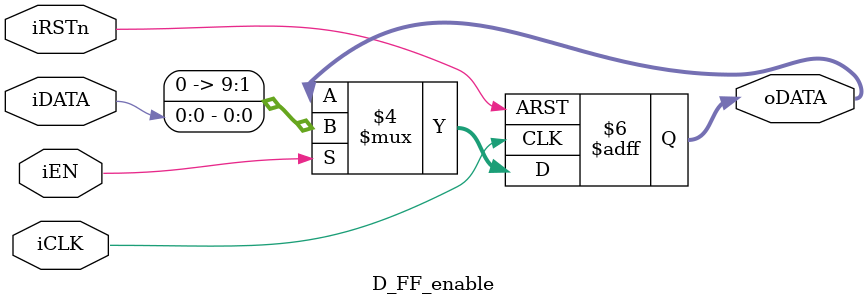
<source format=v>

module D_FF_enable(iCLK,
                   iRSTn,
                   iEN,
                   iDATA,
                   oDATA);
    
    parameter WL = 10;
    
    input iCLK;
    input iEN;
    input iDATA;
    input iRSTn;
    
    output [WL-1:0] oDATA;
    
    reg [WL-1:0] oDATA;
    
    always@(posedge iCLK or negedge iRSTn)
    begin
        if (~iRSTn)
        begin
            oDATA <= 0;
        end
        else if (iEN)
        begin
            oDATA <= iDATA;
        end
        else
        begin
            oDATA <= oDATA;
        end
    end
    
endmodule

</source>
